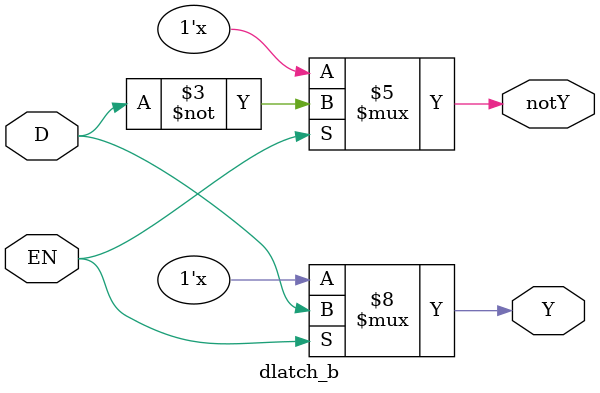
<source format=sv>
module dlatch_b (output logic Y, notY, input logic D, EN);

always @(D,EN)
begin
	if (EN == 1) begin
		Y    = D;	
		notY = ~Y;
	end 
end

endmodule 

</source>
